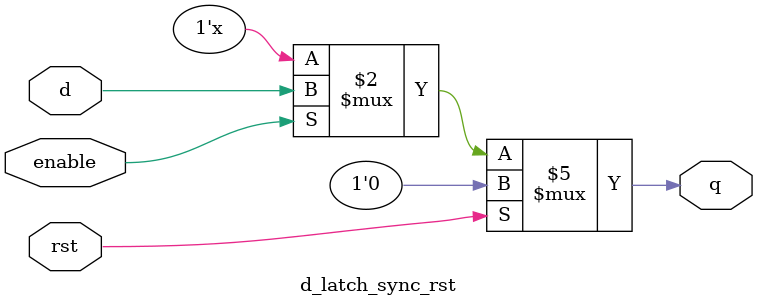
<source format=sv>
module d_latch_sync_rst (
    input wire d,
    input wire enable,
    input wire rst,      // Active high reset
    output reg q
);
    // 优化版本的D锁存器，使用敏感列表优化
    // 将rst放在敏感列表首位，提高复位优先级
    always @(rst or enable or d) begin
        if (rst)
            q <= 1'b0;  // 复位条件
        else if (enable)
            q <= d;     // 使能条件
    end
endmodule
</source>
